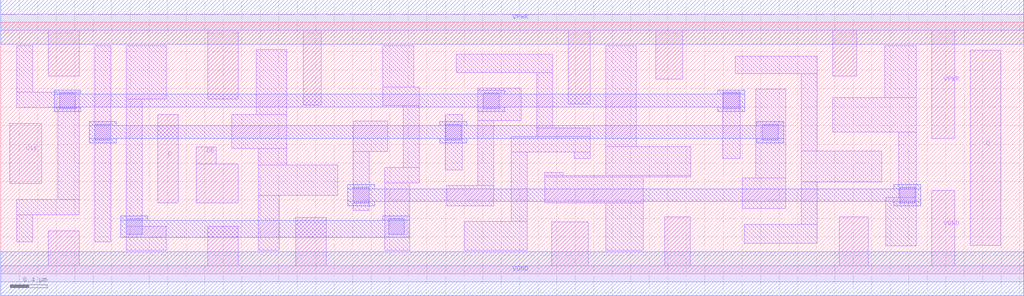
<source format=lef>
# Copyright 2020 The SkyWater PDK Authors
#
# Licensed under the Apache License, Version 2.0 (the "License");
# you may not use this file except in compliance with the License.
# You may obtain a copy of the License at
#
#     https://www.apache.org/licenses/LICENSE-2.0
#
# Unless required by applicable law or agreed to in writing, software
# distributed under the License is distributed on an "AS IS" BASIS,
# WITHOUT WARRANTIES OR CONDITIONS OF ANY KIND, either express or implied.
# See the License for the specific language governing permissions and
# limitations under the License.
#
# SPDX-License-Identifier: Apache-2.0

VERSION 5.5 ;
NAMESCASESENSITIVE ON ;
BUSBITCHARS "[]" ;
DIVIDERCHAR "/" ;
MACRO sky130_fd_sc_hd__edfxtp_1
  CLASS CORE ;
  SOURCE USER ;
  ORIGIN  0.000000  0.000000 ;
  SIZE  11.04000 BY  2.720000 ;
  SYMMETRY X Y R90 ;
  SITE unithd ;
  PIN D
    ANTENNAGATEAREA  0.159000 ;
    DIRECTION INPUT ;
    USE SIGNAL ;
    PORT
      LAYER li1 ;
        RECT 1.695000 0.765000 1.915000 1.720000 ;
    END
  END D
  PIN DE
    ANTENNAGATEAREA  0.318000 ;
    DIRECTION INPUT ;
    USE SIGNAL ;
    PORT
      LAYER li1 ;
        RECT 2.110000 0.765000 2.565000 1.185000 ;
        RECT 2.110000 1.185000 2.325000 1.370000 ;
    END
  END DE
  PIN Q
    ANTENNADIFFAREA  0.462000 ;
    DIRECTION OUTPUT ;
    USE SIGNAL ;
    PORT
      LAYER li1 ;
        RECT 10.465000 0.305000 10.795000 2.420000 ;
    END
  END Q
  PIN CLK
    ANTENNAGATEAREA  0.159000 ;
    DIRECTION INPUT ;
    USE CLOCK ;
    PORT
      LAYER li1 ;
        RECT 0.095000 0.975000 0.445000 1.625000 ;
    END
  END CLK
  PIN VGND
    DIRECTION INOUT ;
    SHAPE ABUTMENT ;
    USE GROUND ;
    PORT
      LAYER li1 ;
        RECT  0.000000 -0.085000 11.040000 0.085000 ;
        RECT  0.515000  0.085000  0.845000 0.465000 ;
        RECT  2.235000  0.085000  2.565000 0.515000 ;
        RECT  3.185000  0.085000  3.515000 0.610000 ;
        RECT  5.945000  0.085000  6.340000 0.560000 ;
        RECT  7.165000  0.085000  7.440000 0.615000 ;
        RECT  9.050000  0.085000  9.365000 0.615000 ;
        RECT 10.050000  0.085000 10.295000 0.900000 ;
    END
    PORT
      LAYER met1 ;
        RECT 0.000000 -0.240000 11.040000 0.240000 ;
    END
  END VGND
  PIN VPWR
    DIRECTION INOUT ;
    SHAPE ABUTMENT ;
    USE POWER ;
    PORT
      LAYER li1 ;
        RECT  0.000000 2.635000 11.040000 2.805000 ;
        RECT  0.515000 2.135000  0.845000 2.635000 ;
        RECT  2.235000 1.890000  2.565000 2.635000 ;
        RECT  3.265000 1.825000  3.460000 2.635000 ;
        RECT  6.125000 1.835000  6.360000 2.635000 ;
        RECT  7.070000 2.105000  7.360000 2.635000 ;
        RECT  8.980000 2.135000  9.240000 2.635000 ;
        RECT 10.050000 1.465000 10.295000 2.635000 ;
    END
    PORT
      LAYER met1 ;
        RECT 0.000000 2.480000 11.040000 2.960000 ;
    END
  END VPWR
  OBS
    LAYER li1 ;
      RECT 0.175000 0.345000 0.345000 0.635000 ;
      RECT 0.175000 0.635000 0.845000 0.805000 ;
      RECT 0.175000 1.795000 0.845000 1.965000 ;
      RECT 0.175000 1.965000 0.345000 2.465000 ;
      RECT 0.615000 0.805000 0.845000 1.795000 ;
      RECT 1.015000 0.345000 1.185000 2.465000 ;
      RECT 1.355000 0.255000 1.785000 0.515000 ;
      RECT 1.355000 0.515000 1.525000 1.890000 ;
      RECT 1.355000 1.890000 1.785000 2.465000 ;
      RECT 2.495000 1.355000 3.085000 1.720000 ;
      RECT 2.755000 1.720000 3.085000 2.425000 ;
      RECT 2.780000 0.255000 3.005000 0.845000 ;
      RECT 2.780000 0.845000 3.635000 1.175000 ;
      RECT 2.780000 1.175000 3.085000 1.355000 ;
      RECT 3.805000 0.685000 3.975000 1.320000 ;
      RECT 3.805000 1.320000 4.175000 1.650000 ;
      RECT 4.125000 1.820000 4.515000 2.020000 ;
      RECT 4.125000 2.020000 4.455000 2.465000 ;
      RECT 4.145000 0.255000 4.415000 0.980000 ;
      RECT 4.145000 0.980000 4.515000 1.150000 ;
      RECT 4.345000 1.150000 4.515000 1.820000 ;
      RECT 4.795000 1.125000 4.980000 1.720000 ;
      RECT 4.815000 0.735000 5.320000 0.955000 ;
      RECT 4.915000 2.175000 5.955000 2.375000 ;
      RECT 5.005000 0.255000 5.680000 0.565000 ;
      RECT 5.150000 0.955000 5.320000 1.655000 ;
      RECT 5.150000 1.655000 5.615000 2.005000 ;
      RECT 5.510000 0.565000 5.680000 1.315000 ;
      RECT 5.510000 1.315000 6.360000 1.485000 ;
      RECT 5.785000 1.485000 6.360000 1.575000 ;
      RECT 5.785000 1.575000 5.955000 2.175000 ;
      RECT 5.870000 0.765000 6.935000 1.045000 ;
      RECT 5.870000 1.045000 7.445000 1.065000 ;
      RECT 5.870000 1.065000 6.070000 1.095000 ;
      RECT 6.190000 1.245000 6.360000 1.315000 ;
      RECT 6.530000 0.255000 6.935000 0.765000 ;
      RECT 6.530000 1.065000 7.445000 1.375000 ;
      RECT 6.530000 1.375000 6.860000 2.465000 ;
      RECT 7.790000 1.245000 7.980000 1.965000 ;
      RECT 7.925000 2.165000 8.810000 2.355000 ;
      RECT 8.005000 0.705000 8.470000 1.035000 ;
      RECT 8.025000 0.330000 8.810000 0.535000 ;
      RECT 8.150000 1.035000 8.470000 1.995000 ;
      RECT 8.640000 0.535000 8.810000 0.995000 ;
      RECT 8.640000 0.995000 9.510000 1.325000 ;
      RECT 8.640000 1.325000 8.810000 2.165000 ;
      RECT 8.980000 1.530000 9.880000 1.905000 ;
      RECT 9.540000 1.905000 9.880000 2.465000 ;
      RECT 9.550000 0.300000 9.880000 0.825000 ;
      RECT 9.690000 0.825000 9.880000 1.530000 ;
    LAYER mcon ;
      RECT 0.635000 1.785000 0.805000 1.955000 ;
      RECT 1.015000 1.445000 1.185000 1.615000 ;
      RECT 1.355000 0.425000 1.525000 0.595000 ;
      RECT 3.805000 0.765000 3.975000 0.935000 ;
      RECT 4.185000 0.425000 4.355000 0.595000 ;
      RECT 4.800000 1.445000 4.970000 1.615000 ;
      RECT 5.210000 1.785000 5.380000 1.955000 ;
      RECT 7.800000 1.785000 7.970000 1.955000 ;
      RECT 8.220000 1.445000 8.390000 1.615000 ;
      RECT 9.700000 0.765000 9.870000 0.935000 ;
    LAYER met1 ;
      RECT 0.575000 1.755000 0.865000 1.800000 ;
      RECT 0.575000 1.800000 8.030000 1.940000 ;
      RECT 0.575000 1.940000 0.865000 1.985000 ;
      RECT 0.955000 1.415000 1.245000 1.460000 ;
      RECT 0.955000 1.460000 8.450000 1.600000 ;
      RECT 0.955000 1.600000 1.245000 1.645000 ;
      RECT 1.295000 0.395000 4.415000 0.580000 ;
      RECT 1.295000 0.580000 1.585000 0.625000 ;
      RECT 3.745000 0.735000 4.035000 0.780000 ;
      RECT 3.745000 0.780000 9.930000 0.920000 ;
      RECT 3.745000 0.920000 4.035000 0.965000 ;
      RECT 4.125000 0.580000 4.415000 0.625000 ;
      RECT 4.740000 1.415000 5.030000 1.460000 ;
      RECT 4.740000 1.600000 5.030000 1.645000 ;
      RECT 5.150000 1.755000 5.440000 1.800000 ;
      RECT 5.150000 1.940000 5.440000 1.985000 ;
      RECT 7.740000 1.755000 8.030000 1.800000 ;
      RECT 7.740000 1.940000 8.030000 1.985000 ;
      RECT 8.160000 1.415000 8.450000 1.460000 ;
      RECT 8.160000 1.600000 8.450000 1.645000 ;
      RECT 9.640000 0.735000 9.930000 0.780000 ;
      RECT 9.640000 0.920000 9.930000 0.965000 ;
  END
END sky130_fd_sc_hd__edfxtp_1

</source>
